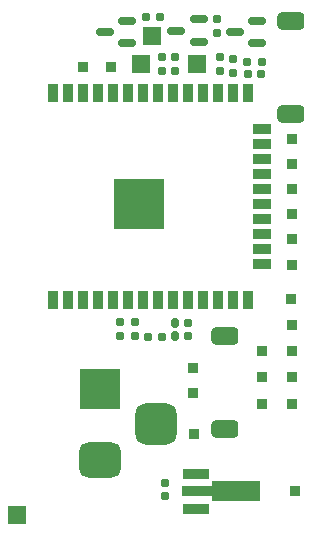
<source format=gbr>
G04 #@! TF.GenerationSoftware,KiCad,Pcbnew,7.0.1-0*
G04 #@! TF.CreationDate,2025-03-17T17:28:37+01:00*
G04 #@! TF.ProjectId,LED-Controller,4c45442d-436f-46e7-9472-6f6c6c65722e,rev?*
G04 #@! TF.SameCoordinates,Original*
G04 #@! TF.FileFunction,Soldermask,Top*
G04 #@! TF.FilePolarity,Negative*
%FSLAX46Y46*%
G04 Gerber Fmt 4.6, Leading zero omitted, Abs format (unit mm)*
G04 Created by KiCad (PCBNEW 7.0.1-0) date 2025-03-17 17:28:37*
%MOMM*%
%LPD*%
G01*
G04 APERTURE LIST*
G04 Aperture macros list*
%AMRoundRect*
0 Rectangle with rounded corners*
0 $1 Rounding radius*
0 $2 $3 $4 $5 $6 $7 $8 $9 X,Y pos of 4 corners*
0 Add a 4 corners polygon primitive as box body*
4,1,4,$2,$3,$4,$5,$6,$7,$8,$9,$2,$3,0*
0 Add four circle primitives for the rounded corners*
1,1,$1+$1,$2,$3*
1,1,$1+$1,$4,$5*
1,1,$1+$1,$6,$7*
1,1,$1+$1,$8,$9*
0 Add four rect primitives between the rounded corners*
20,1,$1+$1,$2,$3,$4,$5,0*
20,1,$1+$1,$4,$5,$6,$7,0*
20,1,$1+$1,$6,$7,$8,$9,0*
20,1,$1+$1,$8,$9,$2,$3,0*%
%AMFreePoly0*
4,1,9,5.362500,-0.866500,1.237500,-0.866500,1.237500,-0.450000,-1.237500,-0.450000,-1.237500,0.450000,1.237500,0.450000,1.237500,0.866500,5.362500,0.866500,5.362500,-0.866500,5.362500,-0.866500,$1*%
G04 Aperture macros list end*
%ADD10R,2.300000X0.900000*%
%ADD11FreePoly0,0.000000*%
%ADD12RoundRect,0.381000X0.762000X0.381000X-0.762000X0.381000X-0.762000X-0.381000X0.762000X-0.381000X0*%
%ADD13RoundRect,0.381000X-0.762000X-0.381000X0.762000X-0.381000X0.762000X0.381000X-0.762000X0.381000X0*%
%ADD14RoundRect,0.160000X0.160000X-0.197500X0.160000X0.197500X-0.160000X0.197500X-0.160000X-0.197500X0*%
%ADD15R,0.850000X0.850000*%
%ADD16RoundRect,0.150000X0.587500X0.150000X-0.587500X0.150000X-0.587500X-0.150000X0.587500X-0.150000X0*%
%ADD17RoundRect,0.160000X-0.197500X-0.160000X0.197500X-0.160000X0.197500X0.160000X-0.197500X0.160000X0*%
%ADD18R,0.900000X1.500000*%
%ADD19R,1.500000X0.900000*%
%ADD20C,0.600000*%
%ADD21R,4.200000X4.200000*%
%ADD22RoundRect,0.155000X0.212500X0.155000X-0.212500X0.155000X-0.212500X-0.155000X0.212500X-0.155000X0*%
%ADD23RoundRect,0.250000X0.550000X0.550000X-0.550000X0.550000X-0.550000X-0.550000X0.550000X-0.550000X0*%
%ADD24RoundRect,0.250000X-0.550000X-0.550000X0.550000X-0.550000X0.550000X0.550000X-0.550000X0.550000X0*%
%ADD25RoundRect,0.875000X0.875000X-0.875000X0.875000X0.875000X-0.875000X0.875000X-0.875000X-0.875000X0*%
%ADD26RoundRect,0.750000X1.000000X-0.750000X1.000000X0.750000X-1.000000X0.750000X-1.000000X-0.750000X0*%
%ADD27R,3.500000X3.500000*%
%ADD28RoundRect,0.155000X-0.155000X0.212500X-0.155000X-0.212500X0.155000X-0.212500X0.155000X0.212500X0*%
%ADD29RoundRect,0.160000X0.160000X-0.222500X0.160000X0.222500X-0.160000X0.222500X-0.160000X-0.222500X0*%
%ADD30RoundRect,0.155000X-0.212500X-0.155000X0.212500X-0.155000X0.212500X0.155000X-0.212500X0.155000X0*%
%ADD31RoundRect,0.155000X0.155000X-0.212500X0.155000X0.212500X-0.155000X0.212500X-0.155000X-0.212500X0*%
G04 APERTURE END LIST*
D10*
G04 #@! TO.C,U2*
X158992400Y-124077600D03*
D11*
X159079900Y-125577600D03*
D10*
X158992400Y-127077600D03*
G04 #@! TD*
D12*
G04 #@! TO.C,SW1*
X161442400Y-120294400D03*
X161442400Y-112420400D03*
G04 #@! TD*
D13*
G04 #@! TO.C,SW2*
X167030400Y-85795600D03*
X167030400Y-93669600D03*
G04 #@! TD*
D14*
G04 #@! TO.C,R5*
X162153600Y-90157900D03*
X162153600Y-88962900D03*
G04 #@! TD*
D15*
G04 #@! TO.C,J22*
X167081200Y-95758000D03*
G04 #@! TD*
G04 #@! TO.C,J11*
X167132000Y-118211600D03*
G04 #@! TD*
G04 #@! TO.C,J19*
X167081200Y-99974400D03*
G04 #@! TD*
G04 #@! TO.C,J25*
X158699200Y-117246400D03*
G04 #@! TD*
G04 #@! TO.C,J24*
X158699200Y-115112800D03*
G04 #@! TD*
G04 #@! TO.C,J23*
X167081200Y-97840800D03*
G04 #@! TD*
G04 #@! TO.C,J21*
X167081200Y-106375200D03*
G04 #@! TD*
G04 #@! TO.C,J20*
X167081200Y-104241600D03*
G04 #@! TD*
G04 #@! TO.C,J18*
X167081200Y-102108000D03*
G04 #@! TD*
G04 #@! TO.C,J17*
X167030400Y-109321600D03*
G04 #@! TD*
G04 #@! TO.C,J16*
X167081200Y-111506000D03*
G04 #@! TD*
G04 #@! TO.C,J15*
X167081200Y-113690400D03*
G04 #@! TD*
G04 #@! TO.C,J14*
X164592000Y-113690400D03*
G04 #@! TD*
G04 #@! TO.C,J13*
X167132000Y-115925600D03*
G04 #@! TD*
G04 #@! TO.C,J12*
X164592000Y-115925600D03*
G04 #@! TD*
G04 #@! TO.C,J5*
X164592000Y-118211600D03*
G04 #@! TD*
D16*
G04 #@! TO.C,Q3*
X162306000Y-86664800D03*
X164181000Y-85714800D03*
X164181000Y-87614800D03*
G04 #@! TD*
G04 #@! TO.C,Q2*
X153157400Y-87614800D03*
X153157400Y-85714800D03*
X151282400Y-86664800D03*
G04 #@! TD*
D14*
G04 #@! TO.C,R9*
X153822400Y-112437800D03*
X153822400Y-111242800D03*
G04 #@! TD*
D17*
G04 #@! TO.C,R4*
X154748900Y-85445600D03*
X155943900Y-85445600D03*
G04 #@! TD*
D18*
G04 #@! TO.C,U1*
X146837000Y-109346400D03*
X148107000Y-109346400D03*
X149377000Y-109346400D03*
X150647000Y-109346400D03*
X151917000Y-109346400D03*
X153187000Y-109346400D03*
X154457000Y-109346400D03*
X155727000Y-109346400D03*
X156997000Y-109346400D03*
X158267000Y-109346400D03*
X159537000Y-109346400D03*
X160807000Y-109346400D03*
X162077000Y-109346400D03*
X163347000Y-109346400D03*
D19*
X164597000Y-106306400D03*
X164597000Y-105036400D03*
X164597000Y-103766400D03*
X164597000Y-102496400D03*
X164597000Y-101226400D03*
X164597000Y-99956400D03*
X164597000Y-98686400D03*
X164597000Y-97416400D03*
X164597000Y-96146400D03*
X164597000Y-94876400D03*
D18*
X163347000Y-91846400D03*
X162077000Y-91846400D03*
X160807000Y-91846400D03*
X159537000Y-91846400D03*
X158267000Y-91846400D03*
X156997000Y-91846400D03*
X155727000Y-91846400D03*
X154457000Y-91846400D03*
X153187000Y-91846400D03*
X151917000Y-91846400D03*
X150647000Y-91846400D03*
X149377000Y-91846400D03*
X148107000Y-91846400D03*
X146837000Y-91846400D03*
D20*
X153414500Y-102801400D03*
X154939500Y-102801400D03*
X152652000Y-102038900D03*
X154177000Y-102038900D03*
X155702000Y-102038900D03*
X153414500Y-101276400D03*
D21*
X154177000Y-101276400D03*
D20*
X154939500Y-101276400D03*
X152652000Y-100513900D03*
X154177000Y-100513900D03*
X155702000Y-100513900D03*
X153414500Y-99751400D03*
X154939500Y-99751400D03*
G04 #@! TD*
D15*
G04 #@! TO.C,J8*
X151790400Y-89662000D03*
G04 #@! TD*
D22*
G04 #@! TO.C,C1*
X156066300Y-112471200D03*
X154931300Y-112471200D03*
G04 #@! TD*
D23*
G04 #@! TO.C,J6*
X154330400Y-89408000D03*
G04 #@! TD*
D15*
G04 #@! TO.C,J7*
X149402800Y-89662000D03*
G04 #@! TD*
D24*
G04 #@! TO.C,J3*
X159105600Y-89408000D03*
G04 #@! TD*
D25*
G04 #@! TO.C,J1*
X155576000Y-119890800D03*
D26*
X150876000Y-122890800D03*
D27*
X150876000Y-116890800D03*
G04 #@! TD*
D15*
G04 #@! TO.C,J9*
X158851600Y-120700800D03*
G04 #@! TD*
D14*
G04 #@! TO.C,R7*
X152552400Y-112437800D03*
X152552400Y-111242800D03*
G04 #@! TD*
G04 #@! TO.C,R3*
X156108400Y-90005500D03*
X156108400Y-88810500D03*
G04 #@! TD*
G04 #@! TO.C,R2*
X160731200Y-86754300D03*
X160731200Y-85559300D03*
G04 #@! TD*
G04 #@! TO.C,R1*
X157175200Y-90005500D03*
X157175200Y-88810500D03*
G04 #@! TD*
D28*
G04 #@! TO.C,C4*
X156362400Y-124857700D03*
X156362400Y-125992700D03*
G04 #@! TD*
D17*
G04 #@! TO.C,R8*
X163334100Y-89204800D03*
X164529100Y-89204800D03*
G04 #@! TD*
D29*
G04 #@! TO.C,D1*
X157175200Y-112434100D03*
X157175200Y-111289100D03*
G04 #@! TD*
D14*
G04 #@! TO.C,R6*
X160985200Y-90005500D03*
X160985200Y-88810500D03*
G04 #@! TD*
D23*
G04 #@! TO.C,J4*
X155295600Y-87020400D03*
G04 #@! TD*
D15*
G04 #@! TO.C,J10*
X167335200Y-125526800D03*
G04 #@! TD*
D30*
G04 #@! TO.C,C3*
X163364100Y-90220800D03*
X164499100Y-90220800D03*
G04 #@! TD*
D31*
G04 #@! TO.C,C2*
X158292800Y-111302800D03*
X158292800Y-112437800D03*
G04 #@! TD*
D16*
G04 #@! TO.C,Q1*
X159202600Y-87513200D03*
X159202600Y-85613200D03*
X157327600Y-86563200D03*
G04 #@! TD*
D24*
G04 #@! TO.C,J2*
X143814800Y-127558800D03*
G04 #@! TD*
M02*

</source>
